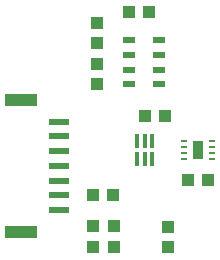
<source format=gbr>
G04 #@! TF.FileFunction,Paste,Top*
%FSLAX46Y46*%
G04 Gerber Fmt 4.6, Leading zero omitted, Abs format (unit mm)*
G04 Created by KiCad (PCBNEW 4.0.7) date Wednesday, June 27, 2018 'AMt' 09:51:16 AM*
%MOMM*%
%LPD*%
G01*
G04 APERTURE LIST*
%ADD10C,0.100000*%
%ADD11R,1.000000X1.100000*%
%ADD12R,1.100000X1.000000*%
%ADD13R,1.100000X0.500000*%
%ADD14R,0.550000X0.250000*%
%ADD15R,0.900000X1.600000*%
%ADD16R,0.350000X1.200000*%
%ADD17R,1.700000X0.600000*%
%ADD18R,2.700000X1.000000*%
G04 APERTURE END LIST*
D10*
D11*
X229107200Y-107602800D03*
X229107200Y-105902800D03*
D12*
X238450000Y-119200000D03*
X236750000Y-119200000D03*
X231750000Y-105000000D03*
X233450000Y-105000000D03*
X233097136Y-113790010D03*
X234797136Y-113790010D03*
D11*
X229107200Y-111108000D03*
X229107200Y-109408000D03*
D12*
X230465466Y-124860098D03*
X228765466Y-124860098D03*
X230465466Y-123132898D03*
X228765466Y-123132898D03*
D11*
X235100000Y-124900000D03*
X235100000Y-123200000D03*
D12*
X230450000Y-120500000D03*
X228750000Y-120500000D03*
D13*
X231800000Y-107350000D03*
X231800000Y-108600000D03*
X231800000Y-109850000D03*
X231800000Y-111100000D03*
X234300000Y-111100000D03*
X234300000Y-109850000D03*
X234300000Y-108600000D03*
X234300000Y-107350000D03*
D14*
X236425000Y-115900000D03*
X236425000Y-116400000D03*
X236425000Y-116900000D03*
X236425000Y-117400000D03*
X238775000Y-117400000D03*
X238775000Y-116900000D03*
X238775000Y-116400000D03*
X238775000Y-115900000D03*
D15*
X237600000Y-116650000D03*
D16*
X232447136Y-117419210D03*
X233097136Y-117419210D03*
X233747136Y-117419210D03*
X233747136Y-115919210D03*
X233097136Y-115919210D03*
X232447136Y-115919210D03*
D17*
X225850000Y-114250000D03*
X225850000Y-115500000D03*
X225850000Y-116750000D03*
X225850000Y-118000000D03*
X225850000Y-119250000D03*
X225850000Y-120500000D03*
X225850000Y-121750000D03*
D18*
X222650000Y-112400000D03*
X222650000Y-123600000D03*
M02*

</source>
